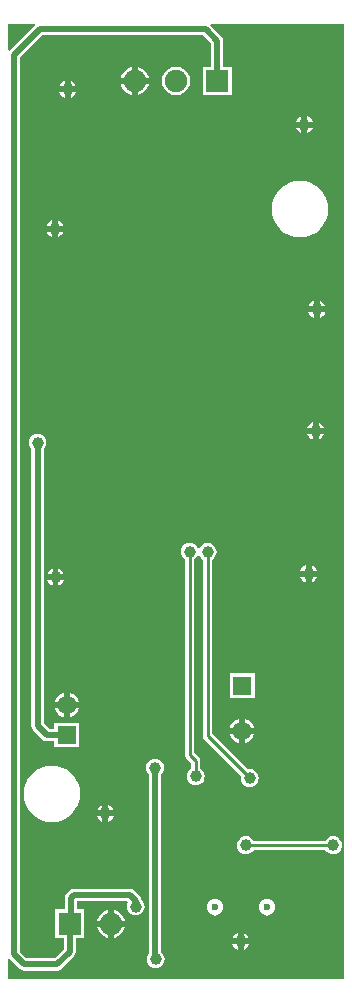
<source format=gbl>
G04*
G04 #@! TF.GenerationSoftware,Altium Limited,Altium Designer,19.0.9 (268)*
G04*
G04 Layer_Physical_Order=2*
G04 Layer_Color=16711680*
%FSLAX25Y25*%
%MOIN*%
G70*
G01*
G75*
%ADD17C,0.01000*%
%ADD49C,0.01968*%
%ADD50C,0.07480*%
%ADD51R,0.07480X0.07480*%
%ADD52C,0.02362*%
%ADD53C,0.06299*%
%ADD54R,0.06299X0.06299*%
%ADD55C,0.03937*%
G36*
X10198Y319146D02*
X1720Y310668D01*
X1220Y310809D01*
Y319646D01*
X10057D01*
X10198Y319146D01*
D02*
G37*
G36*
X112953Y1220D02*
X1220D01*
Y7778D01*
X1720Y7919D01*
X4967Y4672D01*
X5623Y4233D01*
X6398Y4079D01*
X17520D01*
X18294Y4233D01*
X18950Y4672D01*
X23056Y8778D01*
X23495Y9434D01*
X23649Y10208D01*
Y14945D01*
X26394D01*
Y24425D01*
X23972D01*
Y27308D01*
X40677D01*
X40912Y27033D01*
X40998Y26891D01*
X40710Y26197D01*
X40608Y25422D01*
X40710Y24647D01*
X41009Y23925D01*
X41485Y23304D01*
X42105Y22829D01*
X42827Y22530D01*
X43602Y22427D01*
X44377Y22530D01*
X45099Y22829D01*
X45720Y23304D01*
X46195Y23925D01*
X46494Y24647D01*
X46597Y25422D01*
X46494Y26197D01*
X46195Y26919D01*
X45720Y27539D01*
X45567Y27656D01*
X45472Y28136D01*
X45033Y28793D01*
X43064Y30761D01*
X42408Y31200D01*
X41634Y31354D01*
X23102D01*
X22328Y31200D01*
X21671Y30761D01*
X20518Y29608D01*
X20080Y28952D01*
X19926Y28178D01*
Y24425D01*
X16913D01*
Y14945D01*
X19602D01*
Y11046D01*
X16682Y8125D01*
X7236D01*
X5074Y10287D01*
Y69244D01*
X5074Y308300D01*
X12566Y315792D01*
X66190D01*
X68843Y313138D01*
Y305331D01*
X66126D01*
Y295850D01*
X75606D01*
Y305331D01*
X72889D01*
Y313976D01*
X72735Y314751D01*
X72297Y315407D01*
X68558Y319146D01*
X68699Y319646D01*
X112953D01*
Y1220D01*
D02*
G37*
%LPC*%
G36*
X44291Y305242D02*
Y301575D01*
X47959D01*
X47925Y301828D01*
X47448Y302981D01*
X46688Y303971D01*
X45698Y304731D01*
X44545Y305209D01*
X44291Y305242D01*
D02*
G37*
G36*
X42323D02*
X42070Y305209D01*
X40917Y304731D01*
X39926Y303971D01*
X39167Y302981D01*
X38689Y301828D01*
X38656Y301575D01*
X42323D01*
Y305242D01*
D02*
G37*
G36*
X21949Y300640D02*
Y298819D01*
X23770D01*
X23558Y299332D01*
X23082Y299952D01*
X22462Y300428D01*
X21949Y300640D01*
D02*
G37*
G36*
X19980D02*
X19467Y300428D01*
X18847Y299952D01*
X18372Y299332D01*
X18159Y298819D01*
X19980D01*
Y300640D01*
D02*
G37*
G36*
X47959Y299606D02*
X44291D01*
Y295939D01*
X44545Y295972D01*
X45698Y296450D01*
X46688Y297210D01*
X47448Y298200D01*
X47925Y299353D01*
X47959Y299606D01*
D02*
G37*
G36*
X42323D02*
X38656D01*
X38689Y299353D01*
X39167Y298200D01*
X39926Y297210D01*
X40917Y296450D01*
X42070Y295972D01*
X42323Y295939D01*
Y299606D01*
D02*
G37*
G36*
X57087Y305372D02*
X55849Y305209D01*
X54696Y304731D01*
X53706Y303971D01*
X52946Y302981D01*
X52469Y301828D01*
X52306Y300590D01*
X52469Y299353D01*
X52946Y298200D01*
X53706Y297210D01*
X54696Y296450D01*
X55849Y295972D01*
X57087Y295810D01*
X58324Y295972D01*
X59477Y296450D01*
X60467Y297210D01*
X61227Y298200D01*
X61705Y299353D01*
X61868Y300590D01*
X61705Y301828D01*
X61227Y302981D01*
X60467Y303971D01*
X59477Y304731D01*
X58324Y305209D01*
X57087Y305372D01*
D02*
G37*
G36*
X23770Y296850D02*
X21949D01*
Y295029D01*
X22462Y295242D01*
X23082Y295718D01*
X23558Y296338D01*
X23770Y296850D01*
D02*
G37*
G36*
X19980D02*
X18159D01*
X18372Y296338D01*
X18847Y295718D01*
X19467Y295242D01*
X19980Y295029D01*
Y296850D01*
D02*
G37*
G36*
X100886Y288829D02*
Y287008D01*
X102707D01*
X102495Y287521D01*
X102019Y288141D01*
X101399Y288617D01*
X100886Y288829D01*
D02*
G37*
G36*
X98917D02*
X98405Y288617D01*
X97784Y288141D01*
X97309Y287521D01*
X97096Y287008D01*
X98917D01*
Y288829D01*
D02*
G37*
G36*
X102707Y285039D02*
X100886D01*
Y283218D01*
X101399Y283431D01*
X102019Y283907D01*
X102495Y284527D01*
X102707Y285039D01*
D02*
G37*
G36*
X98917D02*
X97096D01*
X97309Y284527D01*
X97784Y283907D01*
X98405Y283431D01*
X98917Y283218D01*
Y285039D01*
D02*
G37*
G36*
X17717Y254183D02*
Y252362D01*
X19538D01*
X19325Y252875D01*
X18849Y253495D01*
X18229Y253971D01*
X17717Y254183D01*
D02*
G37*
G36*
X15748D02*
X15235Y253971D01*
X14615Y253495D01*
X14139Y252875D01*
X13927Y252362D01*
X15748D01*
Y254183D01*
D02*
G37*
G36*
X19538Y250394D02*
X17717D01*
Y248573D01*
X18229Y248785D01*
X18849Y249261D01*
X19325Y249881D01*
X19538Y250394D01*
D02*
G37*
G36*
X15748D02*
X13927D01*
X14139Y249881D01*
X14615Y249261D01*
X15235Y248785D01*
X15748Y248573D01*
Y250394D01*
D02*
G37*
G36*
X98425Y267293D02*
X96588Y267112D01*
X94821Y266576D01*
X93192Y265706D01*
X91765Y264534D01*
X90593Y263107D01*
X89723Y261479D01*
X89187Y259712D01*
X89006Y257874D01*
X89187Y256036D01*
X89723Y254269D01*
X90593Y252641D01*
X91765Y251214D01*
X93192Y250042D01*
X94821Y249172D01*
X96588Y248636D01*
X98425Y248455D01*
X100263Y248636D01*
X102030Y249172D01*
X103658Y250042D01*
X105086Y251214D01*
X106257Y252641D01*
X107128Y254269D01*
X107664Y256036D01*
X107845Y257874D01*
X107664Y259712D01*
X107128Y261479D01*
X106257Y263107D01*
X105086Y264534D01*
X103658Y265706D01*
X102030Y266576D01*
X100263Y267112D01*
X98425Y267293D01*
D02*
G37*
G36*
X105020Y227313D02*
Y225492D01*
X106841D01*
X106628Y226005D01*
X106153Y226625D01*
X105533Y227101D01*
X105020Y227313D01*
D02*
G37*
G36*
X103051D02*
X102538Y227101D01*
X101918Y226625D01*
X101442Y226005D01*
X101230Y225492D01*
X103051D01*
Y227313D01*
D02*
G37*
G36*
X106841Y223524D02*
X105020D01*
Y221703D01*
X105533Y221915D01*
X106153Y222391D01*
X106628Y223011D01*
X106841Y223524D01*
D02*
G37*
G36*
X103051D02*
X101230D01*
X101442Y223011D01*
X101918Y222391D01*
X102538Y221915D01*
X103051Y221703D01*
Y223524D01*
D02*
G37*
G36*
X104626Y186762D02*
Y184941D01*
X106447D01*
X106235Y185454D01*
X105759Y186074D01*
X105139Y186550D01*
X104626Y186762D01*
D02*
G37*
G36*
X102657D02*
X102145Y186550D01*
X101525Y186074D01*
X101049Y185454D01*
X100836Y184941D01*
X102657D01*
Y186762D01*
D02*
G37*
G36*
X106447Y182972D02*
X104626D01*
Y181151D01*
X105139Y181364D01*
X105759Y181840D01*
X106235Y182460D01*
X106447Y182972D01*
D02*
G37*
G36*
X102657D02*
X100836D01*
X101049Y182460D01*
X101525Y181840D01*
X102145Y181364D01*
X102657Y181151D01*
Y182972D01*
D02*
G37*
G36*
X102264Y139124D02*
Y137303D01*
X104085D01*
X103873Y137816D01*
X103397Y138436D01*
X102777Y138912D01*
X102264Y139124D01*
D02*
G37*
G36*
X100295D02*
X99783Y138912D01*
X99162Y138436D01*
X98686Y137816D01*
X98474Y137303D01*
X100295D01*
Y139124D01*
D02*
G37*
G36*
X17913Y138042D02*
Y136221D01*
X19735D01*
X19522Y136733D01*
X19046Y137353D01*
X18426Y137829D01*
X17913Y138042D01*
D02*
G37*
G36*
X15945D02*
X15432Y137829D01*
X14812Y137353D01*
X14336Y136733D01*
X14124Y136221D01*
X15945D01*
Y138042D01*
D02*
G37*
G36*
X104085Y135335D02*
X102264D01*
Y133513D01*
X102777Y133726D01*
X103397Y134202D01*
X103873Y134822D01*
X104085Y135335D01*
D02*
G37*
G36*
X100295D02*
X98474D01*
X98686Y134822D01*
X99162Y134202D01*
X99783Y133726D01*
X100295Y133513D01*
Y135335D01*
D02*
G37*
G36*
X19735Y134252D02*
X17913D01*
Y132431D01*
X18426Y132643D01*
X19046Y133119D01*
X19522Y133739D01*
X19735Y134252D01*
D02*
G37*
G36*
X15945D02*
X14124D01*
X14336Y133739D01*
X14812Y133119D01*
X15432Y132643D01*
X15945Y132431D01*
Y134252D01*
D02*
G37*
G36*
X83284Y103185D02*
X74984D01*
Y94886D01*
X83284D01*
Y103185D01*
D02*
G37*
G36*
X21654Y96654D02*
Y93583D01*
X24725D01*
X24712Y93682D01*
X24294Y94691D01*
X23629Y95558D01*
X22762Y96223D01*
X21753Y96641D01*
X21654Y96654D01*
D02*
G37*
G36*
X19685Y96654D02*
X19586Y96641D01*
X18577Y96223D01*
X17710Y95558D01*
X17045Y94691D01*
X16626Y93682D01*
X16613Y93583D01*
X19685D01*
Y96654D01*
D02*
G37*
G36*
Y91614D02*
X16613D01*
X16626Y91515D01*
X17045Y90506D01*
X17710Y89639D01*
X18577Y88974D01*
X19586Y88556D01*
X19685Y88543D01*
Y91614D01*
D02*
G37*
G36*
X24725D02*
X21654D01*
Y88543D01*
X21753Y88556D01*
X22762Y88974D01*
X23629Y89639D01*
X24294Y90506D01*
X24712Y91515D01*
X24725Y91614D01*
D02*
G37*
G36*
X80118Y88091D02*
Y85020D01*
X83190D01*
X83177Y85119D01*
X82758Y86128D01*
X82093Y86995D01*
X81227Y87660D01*
X80217Y88078D01*
X80118Y88091D01*
D02*
G37*
G36*
X78150D02*
X78051Y88078D01*
X77041Y87660D01*
X76174Y86995D01*
X75509Y86128D01*
X75091Y85119D01*
X75078Y85020D01*
X78150D01*
Y88091D01*
D02*
G37*
G36*
X83190Y83051D02*
X80118D01*
Y79980D01*
X80217Y79993D01*
X81227Y80411D01*
X82093Y81076D01*
X82758Y81943D01*
X83177Y82952D01*
X83190Y83051D01*
D02*
G37*
G36*
X78150D02*
X75078D01*
X75091Y82952D01*
X75509Y81943D01*
X76174Y81076D01*
X77041Y80411D01*
X78051Y79993D01*
X78150Y79980D01*
Y83051D01*
D02*
G37*
G36*
X10925Y183014D02*
X10150Y182912D01*
X9428Y182613D01*
X8808Y182137D01*
X8332Y181517D01*
X8033Y180795D01*
X7931Y180020D01*
X8033Y179245D01*
X8332Y178523D01*
X8808Y177902D01*
X8902Y177830D01*
Y85630D01*
X9056Y84856D01*
X9495Y84199D01*
X12526Y81168D01*
X13183Y80729D01*
X13957Y80575D01*
X16520D01*
Y78449D01*
X24819D01*
Y86748D01*
X16520D01*
Y84622D01*
X14795D01*
X12948Y86468D01*
Y177830D01*
X13042Y177902D01*
X13518Y178523D01*
X13817Y179245D01*
X13919Y180020D01*
X13817Y180795D01*
X13518Y181517D01*
X13042Y182137D01*
X12422Y182613D01*
X11700Y182912D01*
X10925Y183014D01*
D02*
G37*
G36*
X61614Y146695D02*
X60839Y146593D01*
X60117Y146294D01*
X59497Y145818D01*
X59021Y145198D01*
X58722Y144476D01*
X58620Y143701D01*
X58722Y142926D01*
X59021Y142204D01*
X59497Y141584D01*
X60085Y141133D01*
Y76083D01*
X60201Y75497D01*
X60533Y75001D01*
X62152Y73382D01*
Y71367D01*
X61564Y70916D01*
X61088Y70296D01*
X60789Y69574D01*
X60687Y68799D01*
X60789Y68024D01*
X61088Y67302D01*
X61564Y66682D01*
X62184Y66206D01*
X62906Y65907D01*
X63681Y65805D01*
X64456Y65907D01*
X65178Y66206D01*
X65798Y66682D01*
X66274Y67302D01*
X66573Y68024D01*
X66675Y68799D01*
X66573Y69574D01*
X66274Y70296D01*
X65798Y70916D01*
X65210Y71367D01*
Y74016D01*
X65094Y74601D01*
X64763Y75097D01*
X63144Y76716D01*
Y141133D01*
X63731Y141584D01*
X64207Y142204D01*
X64328Y142496D01*
X64869D01*
X65028Y142112D01*
X65504Y141492D01*
X66092Y141041D01*
Y82280D01*
X66208Y81695D01*
X66540Y81199D01*
X78795Y68943D01*
X78699Y68209D01*
X78801Y67434D01*
X79100Y66712D01*
X79576Y66092D01*
X80196Y65616D01*
X80918Y65317D01*
X81693Y65215D01*
X82468Y65317D01*
X83190Y65616D01*
X83810Y66092D01*
X84286Y66712D01*
X84585Y67434D01*
X84687Y68209D01*
X84585Y68984D01*
X84286Y69706D01*
X83810Y70326D01*
X83190Y70802D01*
X82468Y71101D01*
X81693Y71203D01*
X80958Y71106D01*
X69151Y82914D01*
Y141041D01*
X69739Y141492D01*
X70214Y142112D01*
X70513Y142834D01*
X70616Y143609D01*
X70513Y144384D01*
X70214Y145106D01*
X69739Y145727D01*
X69118Y146202D01*
X68396Y146502D01*
X67621Y146604D01*
X66847Y146502D01*
X66124Y146202D01*
X65504Y145727D01*
X65028Y145106D01*
X64907Y144814D01*
X64366D01*
X64207Y145198D01*
X63731Y145818D01*
X63111Y146294D01*
X62389Y146593D01*
X61614Y146695D01*
D02*
G37*
G36*
X34547Y59302D02*
Y57480D01*
X36368D01*
X36156Y57993D01*
X35680Y58613D01*
X35060Y59089D01*
X34547Y59302D01*
D02*
G37*
G36*
X32579D02*
X32066Y59089D01*
X31446Y58613D01*
X30970Y57993D01*
X30758Y57480D01*
X32579D01*
Y59302D01*
D02*
G37*
G36*
X36368Y55512D02*
X34547D01*
Y53691D01*
X35060Y53903D01*
X35680Y54379D01*
X36156Y54999D01*
X36368Y55512D01*
D02*
G37*
G36*
X32579D02*
X30758D01*
X30970Y54999D01*
X31446Y54379D01*
X32066Y53903D01*
X32579Y53691D01*
Y55512D01*
D02*
G37*
G36*
X15748Y72412D02*
X13910Y72230D01*
X12143Y71694D01*
X10515Y70824D01*
X9087Y69653D01*
X7916Y68225D01*
X7046Y66597D01*
X6510Y64830D01*
X6329Y62992D01*
X6510Y61155D01*
X7046Y59387D01*
X7916Y57759D01*
X9087Y56332D01*
X10515Y55160D01*
X12143Y54290D01*
X13910Y53754D01*
X15748Y53573D01*
X17586Y53754D01*
X19353Y54290D01*
X20981Y55160D01*
X22409Y56332D01*
X23580Y57759D01*
X24450Y59387D01*
X24986Y61155D01*
X25167Y62992D01*
X24986Y64830D01*
X24450Y66597D01*
X23580Y68225D01*
X22409Y69653D01*
X20981Y70824D01*
X19353Y71694D01*
X17586Y72230D01*
X15748Y72412D01*
D02*
G37*
G36*
X109449Y48860D02*
X108674Y48758D01*
X107952Y48459D01*
X107332Y47983D01*
X106881Y47396D01*
X82982D01*
X82531Y47983D01*
X81911Y48459D01*
X81188Y48758D01*
X80413Y48860D01*
X79638Y48758D01*
X78916Y48459D01*
X78296Y47983D01*
X77820Y47363D01*
X77521Y46641D01*
X77419Y45866D01*
X77521Y45091D01*
X77820Y44369D01*
X78296Y43749D01*
X78916Y43273D01*
X79638Y42974D01*
X80413Y42872D01*
X81188Y42974D01*
X81911Y43273D01*
X82531Y43749D01*
X82982Y44337D01*
X106881D01*
X107332Y43749D01*
X107952Y43273D01*
X108674Y42974D01*
X109449Y42872D01*
X110224Y42974D01*
X110946Y43273D01*
X111566Y43749D01*
X112042Y44369D01*
X112341Y45091D01*
X112443Y45866D01*
X112341Y46641D01*
X112042Y47363D01*
X111566Y47983D01*
X110946Y48459D01*
X110224Y48758D01*
X109449Y48860D01*
D02*
G37*
G36*
X87402Y27992D02*
X86678Y27897D01*
X86004Y27618D01*
X85425Y27174D01*
X84981Y26595D01*
X84701Y25920D01*
X84606Y25197D01*
X84701Y24473D01*
X84981Y23799D01*
X85425Y23220D01*
X86004Y22776D01*
X86678Y22497D01*
X87402Y22401D01*
X88125Y22497D01*
X88799Y22776D01*
X89378Y23220D01*
X89823Y23799D01*
X90102Y24473D01*
X90197Y25197D01*
X90102Y25920D01*
X89823Y26595D01*
X89378Y27174D01*
X88799Y27618D01*
X88125Y27897D01*
X87402Y27992D01*
D02*
G37*
G36*
X70079D02*
X69355Y27897D01*
X68681Y27618D01*
X68102Y27174D01*
X67658Y26595D01*
X67378Y25920D01*
X67283Y25197D01*
X67378Y24473D01*
X67658Y23799D01*
X68102Y23220D01*
X68681Y22776D01*
X69355Y22497D01*
X70079Y22401D01*
X70802Y22497D01*
X71477Y22776D01*
X72056Y23220D01*
X72500Y23799D01*
X72779Y24473D01*
X72874Y25197D01*
X72779Y25920D01*
X72500Y26595D01*
X72056Y27174D01*
X71477Y27618D01*
X70802Y27897D01*
X70079Y27992D01*
D02*
G37*
G36*
X36417Y24337D02*
Y20669D01*
X40084D01*
X40051Y20922D01*
X39574Y22076D01*
X38814Y23066D01*
X37824Y23825D01*
X36671Y24303D01*
X36417Y24337D01*
D02*
G37*
G36*
X34449D02*
X34196Y24303D01*
X33042Y23825D01*
X32052Y23066D01*
X31293Y22076D01*
X30815Y20922D01*
X30782Y20669D01*
X34449D01*
Y24337D01*
D02*
G37*
G36*
X40084Y18701D02*
X36417D01*
Y15034D01*
X36671Y15067D01*
X37824Y15544D01*
X38814Y16304D01*
X39574Y17294D01*
X40051Y18448D01*
X40084Y18701D01*
D02*
G37*
G36*
X34449D02*
X30782D01*
X30815Y18448D01*
X31293Y17294D01*
X32052Y16304D01*
X33042Y15544D01*
X34196Y15067D01*
X34449Y15034D01*
Y18701D01*
D02*
G37*
G36*
X79626Y16585D02*
Y14764D01*
X81447D01*
X81235Y15277D01*
X80759Y15897D01*
X80139Y16373D01*
X79626Y16585D01*
D02*
G37*
G36*
X77658D02*
X77145Y16373D01*
X76525Y15897D01*
X76049Y15277D01*
X75836Y14764D01*
X77658D01*
Y16585D01*
D02*
G37*
G36*
X81447Y12795D02*
X79626D01*
Y10974D01*
X80139Y11186D01*
X80759Y11662D01*
X81235Y12282D01*
X81447Y12795D01*
D02*
G37*
G36*
X77658D02*
X75836D01*
X76049Y12282D01*
X76525Y11662D01*
X77145Y11186D01*
X77658Y10974D01*
Y12795D01*
D02*
G37*
G36*
X50098Y74648D02*
X49323Y74546D01*
X48601Y74247D01*
X47981Y73771D01*
X47506Y73151D01*
X47206Y72429D01*
X47104Y71653D01*
X47206Y70879D01*
X47506Y70157D01*
X47981Y69536D01*
X48174Y69389D01*
Y9970D01*
X47702Y9355D01*
X47403Y8633D01*
X47301Y7858D01*
X47403Y7083D01*
X47702Y6361D01*
X48178Y5741D01*
X48798Y5265D01*
X49520Y4966D01*
X50295Y4864D01*
X51070Y4966D01*
X51792Y5265D01*
X52412Y5741D01*
X52888Y6361D01*
X53187Y7083D01*
X53289Y7858D01*
X53187Y8633D01*
X52888Y9355D01*
X52412Y9975D01*
X52220Y10123D01*
Y69542D01*
X52691Y70157D01*
X52991Y70879D01*
X53093Y71653D01*
X52991Y72429D01*
X52691Y73151D01*
X52216Y73771D01*
X51595Y74247D01*
X50873Y74546D01*
X50098Y74648D01*
D02*
G37*
%LPD*%
D17*
X67621Y82280D02*
Y143609D01*
Y82280D02*
X81693Y68209D01*
X63681Y68799D02*
Y74016D01*
X61614Y76083D02*
X63681Y74016D01*
X61614Y76083D02*
Y143701D01*
X80413Y45866D02*
X109449D01*
D49*
X43602Y25422D02*
Y27362D01*
X41634Y29331D02*
X43602Y27362D01*
X21949Y19980D02*
Y28178D01*
X23102Y29331D01*
X41634D01*
X21654Y19685D02*
X21949Y19980D01*
X50098Y71653D02*
X50197Y71555D01*
Y7957D02*
Y71555D01*
Y7957D02*
X50295Y7858D01*
X21626Y15720D02*
X21654Y15748D01*
X21626Y10208D02*
Y15720D01*
X10925Y85630D02*
Y180020D01*
Y85630D02*
X13957Y82598D01*
X20669D01*
X6398Y6102D02*
X17520D01*
X3051Y9449D02*
X6398Y6102D01*
X3051Y9449D02*
Y69244D01*
X3051Y309138D02*
X3051Y69244D01*
X3051Y309138D02*
X11728Y317815D01*
X67028D01*
X70866Y313976D01*
X17520Y6102D02*
X21626Y10208D01*
X70866Y300590D02*
Y313976D01*
D50*
X43307Y300590D02*
D03*
X57087D02*
D03*
X35433Y19685D02*
D03*
D51*
X70866Y300590D02*
D03*
X21654Y19685D02*
D03*
D52*
X87402Y25197D02*
D03*
X70079D02*
D03*
D53*
X79134Y84035D02*
D03*
X20669Y92598D02*
D03*
D54*
X79134Y99036D02*
D03*
X20669Y82598D02*
D03*
D55*
X43602Y25422D02*
D03*
X50295Y7858D02*
D03*
X33563Y56496D02*
D03*
X78642Y13780D02*
D03*
X103642Y183957D02*
D03*
X104035Y224508D02*
D03*
X20965Y297835D02*
D03*
X99902Y286024D02*
D03*
X16732Y251378D02*
D03*
X16929Y135236D02*
D03*
X101279Y136319D02*
D03*
X10925Y180020D02*
D03*
X67621Y143609D02*
D03*
X50098Y71653D02*
D03*
X81693Y68209D02*
D03*
X63681Y68799D02*
D03*
X61614Y143701D02*
D03*
X109449Y45866D02*
D03*
X80413D02*
D03*
M02*

</source>
